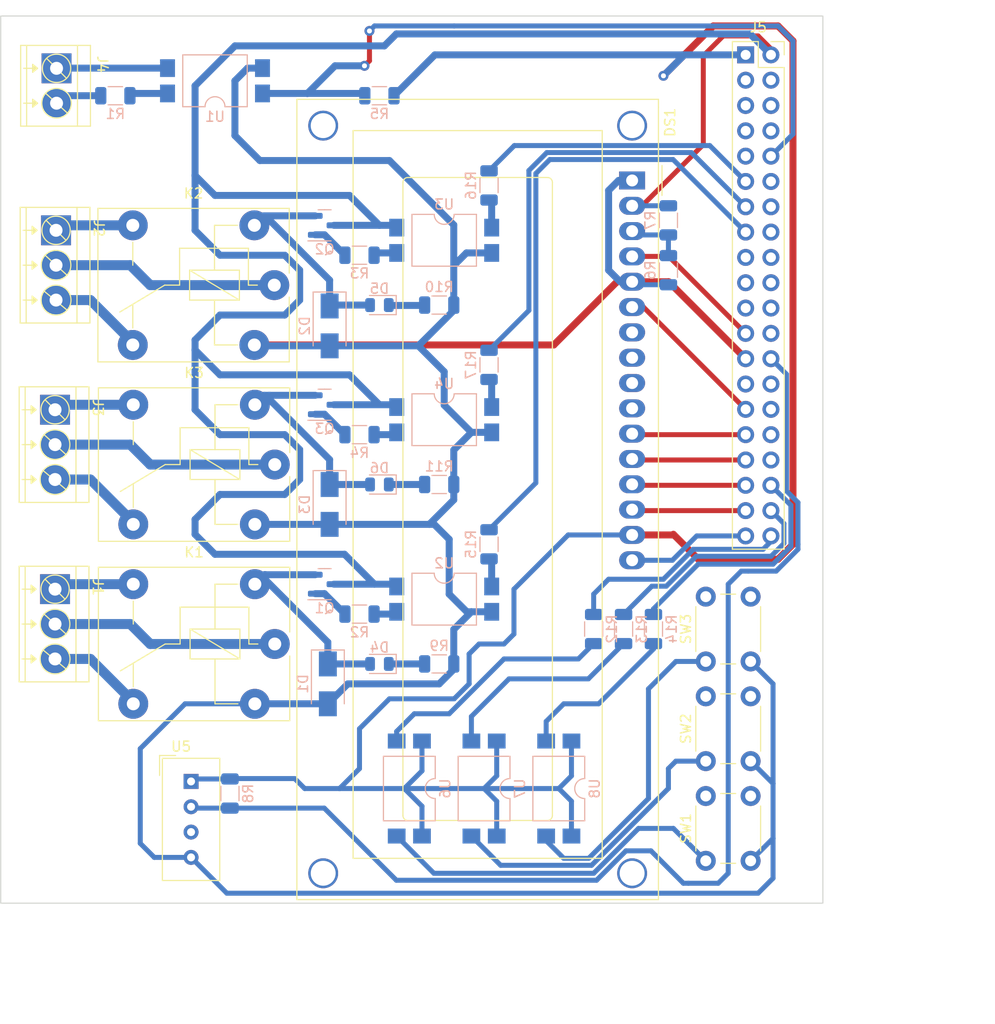
<source format=kicad_pcb>
(kicad_pcb (version 20211014) (generator pcbnew)
  (layers (0 "F.Cu" signal) (31 "B.Cu" signal) (34 "B.Paste" user) (35 "F.Paste" user) (36 "B.SilkS" user "B.Silkscreen") (37 "F.SilkS" user "F.Silkscreen") (38 "B.Mask" user) (39 "F.Mask" user) (44 "Edge.Cuts" user))
  (net 0 "")
  (net 1 "Net-(D1-Pad1)")
  (net 2 "GND")
  (net 3 "Net-(D2-Pad1)")
  (net 4 "Net-(D3-Pad1)")
  (net 5 "+5V")
  (net 6 "Net-(DS1-Pad3)")
  (net 7 "Net-(DS1-Pad4)")
  (net 8 "Net-(DS1-Pad6)")
  (net 13 "Net-(DS1-Pad11)")
  (net 14 "Net-(DS1-Pad12)")
  (net 15 "Net-(DS1-Pad13)")
  (net 16 "Net-(DS1-Pad14)")
  (net 17 "+3.3V")
  (net 18 "Net-(DS1-Pad16)")
  (net 19 "Net-(J1-Pad3)")
  (net 20 "Net-(J2-Pad3)")
  (net 21 "Net-(J3-Pad3)")
  (net 28 "Net-(J5-Pad10)")
  (net 29 "Net-(J5-Pad11)")
  (net 31 "Net-(J5-Pad13)")
  (net 33 "Net-(J5-Pad15)")
  (net 47 "Net-(Q1-Pad1)")
  (net 48 "Net-(Q2-Pad1)")
  (net 49 "Net-(Q3-Pad1)")
  (net 50 "Net-(R1-Pad2)")
  (net 51 "Net-(R2-Pad2)")
  (net 52 "Net-(R3-Pad2)")
  (net 53 "Net-(R4-Pad2)")
  (net 55 "Net-(J1-Pad1)")
  (net 56 "Net-(J1-Pad2)")
  (net 57 "Net-(J2-Pad1)")
  (net 58 "Net-(J2-Pad2)")
  (net 59 "Net-(J3-Pad1)")
  (net 60 "Net-(J3-Pad2)")
  (net 61 "Net-(J4-Pad1)")
  (net 62 "Net-(J4-Pad2)")
  (net 63 "Net-(J5-Pad36)")
  (net 64 "Net-(J5-Pad38)")
  (net 65 "Net-(J5-Pad40)")
  (net 66 "Net-(SW1-Pad1)")
  (net 67 "Net-(U6-Pad3)")
  (net 69 "Net-(SW2-Pad1)")
  (net 70 "Net-(U7-Pad3)")
  (net 72 "Net-(SW3-Pad1)")
  (net 73 "Net-(U8-Pad3)")
  (net 75 "Net-(D4-Pad1)")
  (net 76 "Net-(D5-Pad1)")
  (net 77 "Net-(D6-Pad1)")
  (net 79 "Net-(J5-Pad26)")
  (net 83 "Net-(U2-Pad1)")
  (net 84 "Net-(U3-Pad1)")
  (net 85 "Net-(U4-Pad1)")
  (footprint "Relay_THT:Relay_SPDT_Finder_36.11" (layer "F.Cu") (at 70.5 116.5 180)
    (fp_text reference "K1")
    (fp_text value "FINDER-36.11")
  )
  (footprint "Relay_THT:Relay_SPDT_Finder_36.11" (layer "F.Cu") (at 70.45 80.5 180)
    (fp_text reference "K2")
    (fp_text value "FINDER-36.11")
  )
  (footprint "LibForEC:terminal_x1_x2" (layer "F.Cu") (at 48.6 58.75 -90)
    (fp_text reference "J4")
    (fp_text value "Screw_Terminal_01x02")
  )
  (footprint "LibForEC:terminal_x1_x3" (layer "F.Cu") (at 48.45 93 -90)
    (fp_text reference "J3")
    (fp_text value "Screw_Terminal_01x03")
  )
  (footprint "LibForEC:terminal_x1_x3" (layer "F.Cu") (at 48.45 111 -90)
    (fp_text reference "J1")
    (fp_text value "Screw_Terminal_01x03")
  )
  (footprint "LibForEC:PinSocket_2x20_P2.54mm_Vertical" (layer "F.Cu") (at 120.29 57.4)
    (fp_text reference "J5")
    (fp_text value "Conn_02x20_Odd_Even")
  )
  (footprint "LibForEC:terminal_x1_x3" (layer "F.Cu") (at 48.55 75 -90)
    (fp_text reference "J2")
    (fp_text value "Screw_Terminal_01x03")
  )
  (footprint "LibForEC:SW_PUSH_6mm_H5mm" (layer "F.Cu") (at 113.75 128.25 90)
    (fp_text reference "SW2")
    (fp_text value "SW_DIP_x02")
  )
  (footprint "Relay_THT:Relay_SPDT_Finder_36.11" (layer "F.Cu") (at 70.5 98.5 180)
    (fp_text reference "K3")
    (fp_text value "FINDER-36.11")
  )
  (footprint "LibForEC:SW_PUSH_6mm_H5mm" (layer "F.Cu") (at 113.75 118.25 90)
    (fp_text reference "SW3")
    (fp_text value "SW_DIP_x02")
  )
  (footprint "Display:WC1602A" (layer "F.Cu") (at 106.3575 70 -90)
    (fp_text reference "DS1")
    (fp_text value "WC1602A")
  )
  (footprint "Sensor:Aosong_DHT11_5.5x12.0_P2.54mm" (layer "F.Cu") (at 62.0975 130.2875)
    (fp_text reference "U5")
    (fp_text value "DHT11")
  )
  (footprint "LibForEC:SW_PUSH_6mm_H5mm" (layer "F.Cu") (at 113.75 138.25 90)
    (fp_text reference "SW1")
    (fp_text value "SW_DIP_x02")
  )
  (footprint "Package_TO_SOT_SMD:SOT-23" (layer "B.Cu") (at 75.5 92.5)
    (fp_text reference "Q3")
    (fp_text value "Q_NPN_BEC")
  )
  (footprint "Diode_SMD:D_SMA" (layer "B.Cu") (at 76 84.59153 -90)
    (fp_text reference "D2")
    (fp_text value "D")
  )
  (footprint "Resistor_SMD:R_1206_3216Metric" (layer "B.Cu") (at 102.5 115 90)
    (fp_text reference "R12")
    (fp_text value "220")
  )
  (footprint "LED_SMD:LED_0805_2012Metric" (layer "B.Cu") (at 81 82.5 180)
    (fp_text reference "D5")
    (fp_text value "LED")
  )
  (footprint "Package_DIP:SMDIP-4_W9.53mm_Clearance8mm" (layer "B.Cu") (at 64.5 60)
    (fp_text reference "U1")
    (fp_text value "SFH6206-2T")
  )
  (footprint "Package_DIP:SMDIP-4_W9.53mm_Clearance8mm" (layer "B.Cu") (at 84 131 90)
    (fp_text reference "U6")
    (fp_text value "SFH6206-2T")
  )
  (footprint "Package_DIP:SMDIP-4_W9.53mm_Clearance8mm" (layer "B.Cu") (at 87.5 76 180)
    (fp_text reference "U3")
    (fp_text value "SFH6206-2T")
  )
  (footprint "Resistor_SMD:R_1206_3216Metric" (layer "B.Cu") (at 66 131.5 90)
    (fp_text reference "R8")
    (fp_text value "1.2k")
  )
  (footprint "Resistor_SMD:R_1206_3216Metric" (layer "B.Cu") (at 87 82.5 180)
    (fp_text reference "R10")
    (fp_text value "3.3k")
  )
  (footprint "Resistor_SMD:R_1206_3216Metric" (layer "B.Cu") (at 105.5 115 90)
    (fp_text reference "R13")
    (fp_text value "220")
  )
  (footprint "Package_DIP:SMDIP-4_W9.53mm_Clearance8mm" (layer "B.Cu") (at 87.5 112 180)
    (fp_text reference "U2")
    (fp_text value "SFH6206-2T")
  )
  (footprint "Resistor_SMD:R_1206_3216Metric" (layer "B.Cu") (at 92 106.5 -90)
    (fp_text reference "R15")
    (fp_text value "220")
  )
  (footprint "Resistor_SMD:R_1206_3216Metric" (layer "B.Cu") (at 54.5 61.5)
    (fp_text reference "R1")
    (fp_text value "1.2k")
  )
  (footprint "Resistor_SMD:R_1206_3216Metric" (layer "B.Cu") (at 87 118.5 180)
    (fp_text reference "R9")
    (fp_text value "3.3k")
  )
  (footprint "Resistor_SMD:R_1206_3216Metric" (layer "B.Cu") (at 110 74 -90)
    (fp_text reference "R7")
    (fp_text value "1.2k")
  )
  (footprint "Package_TO_SOT_SMD:SOT-23" (layer "B.Cu") (at 75.5 110.5)
    (fp_text reference "Q1")
    (fp_text value "Q_NPN_BEC")
  )
  (footprint "Package_DIP:SMDIP-4_W9.53mm_Clearance8mm" (layer "B.Cu") (at 99 131 90)
    (fp_text reference "U8")
    (fp_text value "SFH6206-2T")
  )
  (footprint "LED_SMD:LED_0805_2012Metric" (layer "B.Cu") (at 81 118.5 180)
    (fp_text reference "D4")
    (fp_text value "LED")
  )
  (footprint "Resistor_SMD:R_1206_3216Metric" (layer "B.Cu") (at 92 70.5 -90)
    (fp_text reference "R16")
    (fp_text value "220")
  )
  (footprint "Diode_SMD:D_SMA" (layer "B.Cu") (at 75.825 120.5 -90)
    (fp_text reference "D1")
    (fp_text value "D")
  )
  (footprint "Package_TO_SOT_SMD:SOT-23" (layer "B.Cu") (at 75.5 74.5)
    (fp_text reference "Q2")
    (fp_text value "Q_NPN_BEC")
  )
  (footprint "Resistor_SMD:R_1206_3216Metric" (layer "B.Cu") (at 87 100.5 180)
    (fp_text reference "R11")
    (fp_text value "3.3k")
  )
  (footprint "Resistor_SMD:R_1206_3216Metric" (layer "B.Cu") (at 110 79 -90)
    (fp_text reference "R6")
    (fp_text value "1.2k")
  )
  (footprint "Package_DIP:SMDIP-4_W9.53mm_Clearance8mm" (layer "B.Cu") (at 91.5 131 90)
    (fp_text reference "U7")
    (fp_text value "SFH6206-2T")
  )
  (footprint "Package_DIP:SMDIP-4_W9.53mm_Clearance8mm" (layer "B.Cu") (at 87.5 94 180)
    (fp_text reference "U4")
    (fp_text value "SFH6206-2T")
  )
  (footprint "Diode_SMD:D_SMA" (layer "B.Cu") (at 76 102.5 -90)
    (fp_text reference "D3")
    (fp_text value "D")
  )
  (footprint "Resistor_SMD:R_1206_3216Metric" (layer "B.Cu") (at 79 77.5)
    (fp_text reference "R3")
    (fp_text value "1.2k")
  )
  (footprint "Resistor_SMD:R_1206_3216Metric" (layer "B.Cu") (at 92 88.5 -90)
    (fp_text reference "R17")
    (fp_text value "220")
  )
  (footprint "Resistor_SMD:R_1206_3216Metric" (layer "B.Cu") (at 108.5 115 90)
    (fp_text reference "R14")
    (fp_text value "220")
  )
  (footprint "Resistor_SMD:R_1206_3216Metric" (layer "B.Cu") (at 81 61.5)
    (fp_text reference "R5")
    (fp_text value "3.3k")
  )
  (footprint "Resistor_SMD:R_1206_3216Metric" (layer "B.Cu") (at 79 113.5)
    (fp_text reference "R2")
    (fp_text value "1.2k")
  )
  (footprint "Resistor_SMD:R_1206_3216Metric" (layer "B.Cu") (at 79 95.5)
    (fp_text reference "R4")
    (fp_text value "1.2k")
  )
  (footprint "LED_SMD:LED_0805_2012Metric" (layer "B.Cu") (at 81 100.5 180)
    (fp_text reference "D6")
    (fp_text value "LED")
  )
  (gr_rect (start 43 53.5) (end 125.5 142.5) (layer "Edge.Cuts") (width 0.1) (fill none))
  (segment (start 69.55 109.55) (end 69.45 109.55) (width 0.7) (layer "B.Cu") (net 1))
  (segment (start 69.45 109.55) (end 68.5 110.5) (width 0.7) (layer "B.Cu") (net 1))
  (segment (start 74.5625 109.55) (end 69.55 109.55) (width 0.7) (layer "B.Cu") (net 1))
  (segment (start 75.825 118.5) (end 75.825 116.325) (width 0.7) (layer "B.Cu") (net 1))
  (segment (start 75.825 116.325) (end 69.55 110.05) (width 0.7) (layer "B.Cu") (net 1))
  (segment (start 75.825 118.5) (end 80.0625 118.5) (width 0.7) (layer "B.Cu") (net 1))
  (segment (start 69.55 110.05) (end 69.55 109.55) (width 0.7) (layer "B.Cu") (net 1))
  (segment (start 110.03 80.16) (end 117.75 87.88) (width 0.7) (layer "F.Cu") (net 2))
  (segment (start 98.5 86.5) (end 68.45 86.5) (width 0.7) (layer "F.Cu") (net 2))
  (segment (start 106.3575 80.16) (end 110.03 80.16) (width 0.7) (layer "F.Cu") (net 2))
  (segment (start 104.84 80.16) (end 98.5 86.5) (width 0.7) (layer "F.Cu") (net 2))
  (segment (start 106.3575 80.16) (end 104.84 80.16) (width 0.7) (layer "F.Cu") (net 2))
  (segment (start 87.5 89.18306) (end 84.90847 86.59153) (width 0.7) (layer "B.Cu") (net 2))
  (segment (start 69.265 58.73) (end 67.77 58.73) (width 0.7) (layer "B.Cu") (net 2))
  (segment (start 89.77 113.27) (end 88 111.5) (width 0.7) (layer "B.Cu") (net 2))
  (segment (start 66.5 65.5) (end 69 68) (width 0.7) (layer "B.Cu") (net 2))
  (segment (start 88.4625 74.4625) (end 88.4625 78.5375) (width 0.7) (layer "B.Cu") (net 2))
  (segment (start 120.5 130.5) (end 120.5 120.5) (width 0.5) (layer "B.Cu") (net 2))
  (segment (start 75.825 122.5) (end 68.5 122.5) (width 0.7) (layer "B.Cu") (net 2))
  (segment (start 76 104.5) (end 86 104.5) (width 0.7) (layer "B.Cu") (net 2))
  (segment (start 57 127) (end 61.5 122.5) (width 0.5) (layer "B.Cu") (net 2))
  (segment (start 68.54153 86.59153) (end 68.45 86.5) (width 0.7) (layer "B.Cu") (net 2))
  (segment (start 106.3575 70) (end 105 70) (width 0.7) (layer "B.Cu") (net 2))
  (segment (start 69 68) (end 82 68) (width 0.7) (layer "B.Cu") (net 2))
  (segment (start 77.825 120.5) (end 75.825 122.5) (width 0.7) (layer "B.Cu") (net 2))
  (segment (start 88.4625 100.5) (end 88.4625 97.0375) (width 0.7) (layer "B.Cu") (net 2))
  (segment (start 87.5 92.54) (end 87.5 89.18306) (width 0.7) (layer "B.Cu") (net 2))
  (segment (start 105 70) (end 104 71) (width 0.7) (layer "B.Cu") (net 2))
  (segment (start 84.90847 86.59153) (end 88.4625 83.0375) (width 0.7) (layer "B.Cu") (net 2))
  (segment (start 67.77 58.73) (end 66.5 60) (width 0.7) (layer "B.Cu") (net 2))
  (segment (start 118.25 138.25) (end 120.5 136) (width 0.5) (layer "B.Cu") (net 2))
  (segment (start 90.23 95.27) (end 92.265 95.27) (width 0.7) (layer "B.Cu") (net 2))
  (segment (start 90.23 95.27) (end 87.5 92.54) (width 0.7) (layer "B.Cu") (net 2))
  (segment (start 88 111.5) (end 88 106) (width 0.7) (layer "B.Cu") (net 2))
  (segment (start 120.5 140) (end 119 141.5) (width 0.5) (layer "B.Cu") (net 2))
  (segment (start 88.4625 119.0375) (end 87 120.5) (width 0.7) (layer "B.Cu") (net 2))
  (segment (start 57 136.5) (end 57 127) (width 0.5) (layer "B.Cu") (net 2))
  (segment (start 88.4625 97.0375) (end 90.23 95.27) (width 0.7) (layer "B.Cu") (net 2))
  (segment (start 87 120.5) (end 77.825 120.5) (width 0.7) (layer "B.Cu") (net 2))
  (segment (start 120.5 136) (end 120.5 130.5) (width 0.5) (layer "B.Cu") (net 2))
  (segment (start 90.23 113.27) (end 89.77 113.27) (width 0.7) (layer "B.Cu") (net 2))
  (segment (start 88.5 118.5375) (end 88.4625 118.5) (width 0.7) (layer "B.Cu") (net 2))
  (segment (start 89.73 77.27) (end 88.4625 78.5375) (width 0.7) (layer "B.Cu") (net 2))
  (segment (start 120.5 136) (end 120.5 140) (width 0.5) (layer "B.Cu") (net 2))
  (segment (start 88.4625 78.5375) (end 88.4625 82.5) (width 0.7) (layer "B.Cu") (net 2))
  (segment (start 119 141.5) (end 65.69 141.5) (width 0.5) (layer "B.Cu") (net 2))
  (segment (start 61.5 122.5) (end 68.5 122.5) (width 0.5) (layer "B.Cu") (net 2))
  (segment (start 66.5 60) (end 66.5 65.5) (width 0.7) (layer "B.Cu") (net 2))
  (segment (start 88.4625 118.5) (end 88.4625 119.0375) (width 0.7) (layer "B.Cu") (net 2))
  (segment (start 118.25 128.25) (end 120.5 130.5) (width 0.5) (layer "B.Cu") (net 2))
  (segment (start 88.4625 118.5) (end 88.4625 115.0375) (width 0.7) (layer "B.Cu") (net 2))
  (segment (start 104 71) (end 104 79) (width 0.7) (layer "B.Cu") (net 2))
  (segment (start 92.265 77.27) (end 89.73 77.27) (width 0.7) (layer "B.Cu") (net 2))
  (segment (start 104 79) (end 105.16 80.16) (width 0.7) (layer "B.Cu") (net 2))
  (segment (start 110 80.4625) (end 106.66 80.4625) (width 0.5) (layer "B.Cu") (net 2))
  (segment (start 88.4625 115.0375) (end 90.23 113.27) (width 0.7) (layer "B.Cu") (net 2))
  (segment (start 76 86.59153) (end 84.90847 86.59153) (width 0.7) (layer "B.Cu") (net 2))
  (segment (start 120.5 120.5) (end 118.25 118.25) (width 0.5) (layer "B.Cu") (net 2))
  (segment (start 76 86.59153) (end 68.54153 86.59153) (width 0.7) (layer "B.Cu") (net 2))
  (segment (start 58.4075 137.9075) (end 57 136.5) (width 0.5) (layer "B.Cu") (net 2))
  (segment (start 86.5 104.5) (end 86 104.5) (width 0.7) (layer "B.Cu") (net 2))
  (segment (start 88.4625 102.0375) (end 88.4625 100.5) (width 0.7) (layer "B.Cu") (net 2))
  (segment (start 106.66 80.4625) (end 106.3575 80.16) (width 0.5) (layer "B.Cu") (net 2))
  (segment (start 76 104.5) (end 68.5 104.5) (width 0.7) (layer "B.Cu") (net 2))
  (segment (start 105.16 80.16) (end 106.3575 80.16) (width 0.7) (layer "B.Cu") (net 2))
  (segment (start 88.4625 83.0375) (end 88.4625 82.5) (width 0.7) (layer "B.Cu") (net 2))
  (segment (start 62.0975 137.9075) (end 58.4075 137.9075) (width 0.5) (layer "B.Cu") (net 2))
  (segment (start 65.69 141.5) (end 62.0975 137.9075) (width 0.5) (layer "B.Cu") (net 2))
  (segment (start 90.23 113.27) (end 92.265 113.27) (width 0.7) (layer "B.Cu") (net 2))
  (segment (start 82 68) (end 88.4625 74.4625) (width 0.7) (layer "B.Cu") (net 2))
  (segment (start 88 106) (end 86.5 104.5) (width 0.7) (layer "B.Cu") (net 2))
  (segment (start 86 104.5) (end 88.4625 102.0375) (width 0.7) (layer "B.Cu") (net 2))
  (segment (start 80.0625 82.5) (end 76.09153 82.5) (width 0.7) (layer "B.Cu") (net 3))
  (segment (start 70.05 74.05) (end 68.9 74.05) (width 0.7) (layer "B.Cu") (net 3))
  (segment (start 76 82.59153) (end 76 80) (width 0.7) (layer "B.Cu") (net 3))
  (segment (start 74.5625 73.55) (end 69.4 73.55) (width 0.7) (layer "B.Cu") (net 3))
  (segment (start 69.4 73.55) (end 68.45 74.5) (width 0.7) (layer "B.Cu") (net 3))
  (segment (start 76.09153 82.5) (end 76 82.59153) (width 0.7) (layer "B.Cu") (net 3))
  (segment (start 76 80) (end 70.05 74.05) (width 0.7) (layer "B.Cu") (net 3))
  (segment (start 68.9 74.05) (end 68.45 74.5) (width 0.7) (layer "B.Cu") (net 3))
  (segment (start 69.45 91.55) (end 68.5 92.5) (width 0.7) (layer "B.Cu") (net 4))
  (segment (start 74.5625 91.55) (end 69.95 91.55) (width 0.7) (layer "B.Cu") (net 4))
  (segment (start 69.95 91.55) (end 69.45 91.55) (width 0.7) (layer "B.Cu") (net 4))
  (segment (start 80.0625 100.5) (end 76 100.5) (width 0.7) (layer "B.Cu") (net 4))
  (segment (start 76 98) (end 69.95 91.95) (width 0.7) (layer "B.Cu") (net 4))
  (segment (start 69.95 91.95) (end 69.95 91.55) (width 0.7) (layer "B.Cu") (net 4))
  (segment (start 76 100.5) (end 76 98) (width 0.7) (layer "B.Cu") (net 4))
  (segment (start 106.3575 72.54) (end 107.3575 72.54) (width 0.5) (layer "F.Cu") (net 5))
  (segment (start 115.5 55.5) (end 119 55.5) (width 0.5) (layer "F.Cu") (net 5))
  (segment (start 113.5 57.5) (end 115.5 55.5) (width 0.5) (layer "F.Cu") (net 5))
  (segment (start 107.3575 72.54) (end 113.5 66.3975) (width 0.5) (layer "F.Cu") (net 5))
  (segment (start 120.29 56.79) (end 120.29 57.4) (width 0.5) (layer "F.Cu") (net 5))
  (segment (start 119 55.5) (end 120.29 56.79) (width 0.5) (layer "F.Cu") (net 5))
  (segment (start 113.5 66.3975) (end 113.5 57.5) (width 0.5) (layer "F.Cu") (net 5))
  (segment (start 106.36 72.5375) (end 106.3575 72.54) (width 0.5) (layer "B.Cu") (net 5))
  (segment (start 118.19 55.3) (end 82.7 55.3) (width 0.7) (layer "B.Cu") (net 5))
  (segment (start 66.5 56.5) (end 62.5 60.5) (width 0.7) (layer "B.Cu") (net 5))
  (segment (start 81 92.5) (end 78 89.5) (width 0.7) (layer "B.Cu") (net 5))
  (segment (start 82.505 92.5) (end 82.735 92.73) (width 0.7) (layer "B.Cu") (net 5))
  (segment (start 71.5 101.5) (end 73 100) (width 0.7) (layer "B.Cu") (net 5))
  (segment (start 65 95.5) (end 62.5 93) (width 0.7) (layer "B.Cu") (net 5))
  (segment (start 62.5 75) (end 62.5 73) (width 0.7) (layer "B.Cu") (net 5))
  (segment (start 78 89.5) (end 65 89.5) (width 0.7) (layer "B.Cu") (net 5))
  (segment (start 80.5 110.5) (end 77.5 107.5) (width 0.7) (layer "B.Cu") (net 5))
  (segment (start 73 97) (end 71.5 95.5) (width 0.7) (layer "B.Cu") (net 5))
  (segment (start 80.5 110.5) (end 82.505 110.5) (width 0.7) (layer "B.Cu") (net 5))
  (segment (start 78 71.5) (end 64.5 71.5) (width 0.7) (layer "B.Cu") (net 5))
  (segment (start 62.5 69.5) (end 62.5 60.5) (width 0.7) (layer "B.Cu") (net 5))
  (segment (start 65 83.5) (end 71.5 83.5) (width 0.7) (layer "B.Cu") (net 5))
  (segment (start 110 72.5375) (end 106.36 72.5375) (width 0.5) (layer "B.Cu") (net 5))
  (segment (start 62.5 73) (end 62.5 69.5) (width 0.7) (layer "B.Cu") (net 5))
  (segment (start 120.29 57.4) (end 118.19 55.3) (width 0.7) (layer "B.Cu") (net 5))
  (segment (start 73 100) (end 73 97) (width 0.7) (layer "B.Cu") (net 5))
  (segment (start 77.5 107.5) (end 64.5 107.5) (width 0.7) (layer "B.Cu") (net 5))
  (segment (start 71.5 95.5) (end 65 95.5) (width 0.7) (layer "B.Cu") (net 5))
  (segment (start 65 77.5) (end 62.5 75) (width 0.7) (layer "B.Cu") (net 5))
  (segment (start 81 92.5) (end 82.505 92.5) (width 0.7) (layer "B.Cu") (net 5))
  (segment (start 71.5 83.5) (end 73 82) (width 0.7) (layer "B.Cu") (net 5))
  (segment (start 81 74.5) (end 78 71.5) (width 0.7) (layer "B.Cu") (net 5))
  (segment (start 82.505 110.5) (end 82.735 110.73) (width 0.7) (layer "B.Cu") (net 5))
  (segment (start 82.505 74.5) (end 82.735 74.73) (width 0.7) (layer "B.Cu") (net 5))
  (segment (start 73 79) (end 71.5 77.5) (width 0.7) (layer "B.Cu") (net 5))
  (segment (start 73 82) (end 73 79) (width 0.7) (layer "B.Cu") (net 5))
  (segment (start 81 74.5) (end 82.505 74.5) (width 0.7) (layer "B.Cu") (net 5))
  (segment (start 62.5 104) (end 65 101.5) (width 0.7) (layer "B.Cu") (net 5))
  (segment (start 81.5 56.5) (end 66.5 56.5) (width 0.7) (layer "B.Cu") (net 5))
  (segment (start 82.7 55.3) (end 81.5 56.5) (width 0.7) (layer "B.Cu") (net 5))
  (segment (start 64.5 107.5) (end 62.5 105.5) (width 0.7) (layer "B.Cu") (net 5))
  (segment (start 62.5 105.5) (end 62.5 104) (width 0.7) (layer "B.Cu") (net 5))
  (segment (start 76.4375 92.5) (end 81 92.5) (width 0.7) (layer "B.Cu") (net 5))
  (segment (start 62.5 87) (end 62.5 86) (width 0.7) (layer "B.Cu") (net 5))
  (segment (start 62.5 93) (end 62.5 87) (width 0.7) (layer "B.Cu") (net 5))
  (segment (start 65 101.5) (end 71.5 101.5) (width 0.7) (layer "B.Cu") (net 5))
  (segment (start 65 89.5) (end 62.5 87) (width 0.7) (layer "B.Cu") (net 5))
  (segment (start 62.5 86) (end 65 83.5) (width 0.7) (layer "B.Cu") (net 5))
  (segment (start 76.4375 110.5) (end 80.5 110.5) (width 0.7) (layer "B.Cu") (net 5))
  (segment (start 71.5 77.5) (end 65 77.5) (width 0.7) (layer "B.Cu") (net 5))
  (segment (start 64.5 71.5) (end 62.5 69.5) (width 0.7) (layer "B.Cu") (net 5))
  (segment (start 76.4375 74.5) (end 81 74.5) (width 0.7) (layer "B.Cu") (net 5))
  (segment (start 106.74 75.4625) (end 106.3575 75.08) (width 0.5) (layer "B.Cu") (net 6))
  (segment (start 110 75.4625) (end 110 77.5375) (width 0.5) (layer "B.Cu") (net 6))
  (segment (start 110 75.4625) (end 106.74 75.4625) (width 0.5) (layer "B.Cu") (net 6))
  (segment (start 110.03 77.62) (end 117.75 85.34) (width 0.5) (layer "F.Cu") (net 7))
  (segment (start 106.3575 77.62) (end 110.03 77.62) (width 0.5) (layer "F.Cu") (net 7))
  (segment (start 107.49 82.7) (end 117.75 92.96) (width 0.5) (layer "F.Cu") (net 8))
  (segment (start 106.3575 82.7) (end 107.49 82.7) (width 0.5) (layer "F.Cu") (net 8))
  (segment (start 117.75 95.5) (end 106.4575 95.5) (width 0.5) (layer "F.Cu") (net 13))
  (segment (start 106.4575 95.5) (end 106.3575 95.4) (width 0.5) (layer "F.Cu") (net 13))
  (segment (start 106.4575 98.04) (end 106.3575 97.94) (width 0.5) (layer "F.Cu") (net 14))
  (segment (start 117.75 98.04) (end 106.4575 98.04) (width 0.5) (layer "F.Cu") (net 14))
  (segment (start 106.4575 100.58) (end 106.3575 100.48) (width 0.5) (layer "F.Cu") (net 15))
  (segment (start 117.75 100.58) (end 106.4575 100.58) (width 0.5) (layer "F.Cu") (net 15))
  (segment (start 117.75 103.12) (end 106.4575 103.12) (width 0.5) (layer "F.Cu") (net 16))
  (segment (start 106.4575 103.12) (end 106.3575 103.02) (width 0.5) (layer "F.Cu") (net 16))
  (segment (start 109.5 59.5) (end 114.5 54.5) (width 0.7) (layer "F.Cu") (net 17))
  (segment (start 110.5 105.5) (end 110.44 105.56) (width 0.7) (layer "F.Cu") (net 17))
  (segment (start 121 54.5) (end 122.5 56) (width 0.7) (layer "F.Cu") (net 17))
  (segment (start 122.5 106.5) (end 121 108) (width 0.7) (layer "F.Cu") (net 17))
  (segment (start 121 108) (end 113 108) (width 0.7) (layer "F.Cu") (net 17))
  (segment (start 110.44 105.56) (end 106.3575 105.56) (width 0.7) (layer "F.Cu") (net 17))
  (segment (start 122.5 56) (end 122.5 106.5) (width 0.7) (layer "F.Cu") (net 17))
  (segment (start 113 108) (end 110.5 105.5) (width 0.7) (layer "F.Cu") (net 17))
  (segment (start 114.5 54.5) (end 121 54.5) (width 0.7) (layer "F.Cu") (net 17))
  (via (at 109.5 59.5) (size 1) (drill 0.5) (layers "F.Cu" "B.Cu") (net 17))
  (segment (start 100.27 135.765) (end 100.27 132.27) (width 0.5) (layer "B.Cu") (net 17))
  (segment (start 85.27 135.765) (end 85.27 132.77) (width 0.5) (layer "B.Cu") (net 17))
  (segment (start 73.5 131) (end 72.5 130) (width 0.5) (layer "B.Cu") (net 17))
  (segment (start 100.27 126.235) (end 100.27 129.73) (width 0.5) (layer "B.Cu") (net 17))
  (segment (start 92.77 126.235) (end 92.77 129.73) (width 0.5) (layer "B.Cu") (net 17))
  (segment (start 117.75 57.4) (end 111.4 57.4) (width 0.7) (layer "B.Cu") (net 17))
  (segment (start 77 131) (end 73.5 131) (width 0.5) (layer "B.Cu") (net 17))
  (segment (start 94.5 111) (end 94.5 115.5) (width 0.5) (layer "B.Cu") (net 17))
  (segment (start 92.77 135.765) (end 92.77 132.27) (width 0.5) (layer "B.Cu") (net 17))
  (segment (start 85.27 129.23) (end 83.5 131) (width 0.5) (layer "B.Cu") (net 17))
  (segment (start 91 116.5) (end 90 117.5) (width 0.5) (layer "B.Cu") (net 17))
  (segment (start 92.77 132.27) (end 91.5 131) (width 0.5) (layer "B.Cu") (net 17))
  (segment (start 111.4 57.4) (end 86.5625 57.4) (width 0.7) (layer "B.Cu") (net 17))
  (segment (start 62.3475 130.0375) (end 62.0975 130.2875) (width 0.5) (layer "B.Cu") (net 17))
  (segment (start 100.27 129.73) (end 99 131) (width 0.5) (layer "B.Cu") (net 17))
  (segment (start 83.5 131) (end 77 131) (width 0.5) (layer "B.Cu") (net 17))
  (segment (start 100.27 132.27) (end 99 131) (width 0.5) (layer "B.Cu") (net 17))
  (segment (start 88.5 122) (end 82 122) (width 0.5) (layer "B.Cu") (net 17))
  (segment (start 106.3575 105.56) (end 99.94 105.56) (width 0.5) (layer "B.Cu") (net 17))
  (segment (start 72.5 130) (end 66.0375 130) (width 0.5) (layer "B.Cu") (net 17))
  (segment (start 90 120.5) (end 88.5 122) (width 0.5) (layer "B.Cu") (net 17))
  (segment (start 85.27 132.77) (end 83.5 131) (width 0.5) (layer "B.Cu") (net 17))
  (segment (start 91.5 131) (end 83.5 131) (width 0.5) (layer "B.Cu") (net 17))
  (segment (start 86.5625 57.4) (end 82.4625 61.5) (width 0.7) (layer "B.Cu") (net 17))
  (segment (start 111.4 57.4) (end 111.4 57.6) (width 0.7) (layer "B.Cu") (net 17))
  (segment (start 111.4 57.6) (end 109.5 59.5) (width 0.7) (layer "B.Cu") (net 17))
  (segment (start 79 125) (end 79 129) (width 0.5) (layer "B.Cu") (net 17))
  (segment (start 99 131) (end 91.5 131) (width 0.5) (layer "B.Cu") (net 17))
  (segment (start 85.27 126.235) (end 85.27 129.23) (width 0.5) (layer "B.Cu") (net 17))
  (segment (start 66 130.0375) (end 62.3475 130.0375) (width 0.5) (layer "B.Cu") (net 17))
  (segment (start 66.0375 130) (end 66 130.0375) (width 0.5) (layer "B.Cu") (net 17))
  (segment (start 94.5 115.5) (end 93.5 116.5) (width 0.5) (layer "B.Cu") (net 17))
  (segment (start 93.5 116.5) (end 91 116.5) (width 0.5) (layer "B.Cu") (net 17))
  (segment (start 82 122) (end 79 125) (width 0.5) (layer "B.Cu") (net 17))
  (segment (start 99.94 105.56) (end 94.5 111) (width 0.5) (layer "B.Cu") (net 17))
  (segment (start 90 117.5) (end 90 120.5) (width 0.5) (layer "B.Cu") (net 17))
  (segment (start 79 129) (end 77 131) (width 0.5) (layer "B.Cu") (net 17))
  (segment (start 92.77 129.73) (end 91.5 131) (width 0.5) (layer "B.Cu") (net 17))
  (segment (start 117.75 105.66) (end 112.84 105.66) (width 0.5) (layer "B.Cu") (net 18))
  (segment (start 112.84 105.66) (end 110.4 108.1) (width 0.5) (layer "B.Cu") (net 18))
  (segment (start 110.4 108.1) (end 106.3575 108.1) (width 0.5) (layer "B.Cu") (net 18))
  (segment (start 56.3 122.3) (end 52 118) (width 1) (layer "B.Cu") (net 19))
  (segment (start 56.3 122.5) (end 56.3 122.3) (width 1) (layer "B.Cu") (net 19))
  (segment (start 52 118) (end 48.45 118) (width 1) (layer "B.Cu") (net 19))
  (segment (start 56.25 86.5) (end 56.25 86.25) (width 1) (layer "B.Cu") (net 20))
  (segment (start 56.25 86.25) (end 52 82) (width 1) (layer "B.Cu") (net 20))
  (segment (start 52 82) (end 48.55 82) (width 1) (layer "B.Cu") (net 20))
  (segment (start 56.3 104.5) (end 56.3 104.3) (width 1) (layer "B.Cu") (net 21))
  (segment (start 56.3 104.3) (end 52 100) (width 1) (layer "B.Cu") (net 21))
  (segment (start 52 100) (end 48.45 100) (width 1) (layer "B.Cu") (net 21))
  (segment (start 80 58) (end 79.5 58.5) (width 0.5) (layer "F.Cu") (net 28))
  (segment (start 80 55) (end 80 58) (width 0.5) (layer "F.Cu") (net 28))
  (via (at 79.5 58.5) (size 1) (drill 0.5) (layers "F.Cu" "B.Cu") (net 28))
  (via (at 80 55) (size 1) (drill 0.5) (layers "F.Cu" "B.Cu") (net 28))
  (segment (start 80.5 54.5) (end 80 55) (width 0.5) (layer "B.Cu") (net 28))
  (segment (start 122.5 56) (end 121 54.5) (width 0.5) (layer "B.Cu") (net 28))
  (segment (start 120.29 67.56) (end 122.5 65.35) (width 0.5) (layer "B.Cu") (net 28))
  (segment (start 79.3075 61.27) (end 79.5375 61.5) (width 0.7) (layer "B.Cu") (net 28))
  (segment (start 73.77 61.27) (end 79.3075 61.27) (width 0.7) (layer "B.Cu") (net 28))
  (segment (start 88.5 54.5) (end 80.5 54.5) (width 0.5) (layer "B.Cu") (net 28))
  (segment (start 69.265 61.27) (end 73.77 61.27) (width 0.7) (layer "B.Cu") (net 28))
  (segment (start 121 54.5) (end 88.5 54.5) (width 0.5) (layer "B.Cu") (net 28))
  (segment (start 122.5 61.5) (end 122.5 56) (width 0.5) (layer "B.Cu") (net 28))
  (segment (start 76.54 58.5) (end 79.5 58.5) (width 0.7) (layer "B.Cu") (net 28))
  (segment (start 73.77 61.27) (end 76.54 58.5) (width 0.7) (layer "B.Cu") (net 28))
  (segment (start 122.5 65.35) (end 122.5 61.5) (width 0.5) (layer "B.Cu") (net 28))
  (segment (start 114.15 66.5) (end 117.75 70.1) (width 0.5) (layer "B.Cu") (net 29))
  (segment (start 92 69.0375) (end 94.5375 66.5) (width 0.5) (layer "B.Cu") (net 29))
  (segment (start 94.5375 66.5) (end 114.15 66.5) (width 0.5) (layer "B.Cu") (net 29))
  (segment (start 96 83.0375) (end 96 69) (width 0.5) (layer "B.Cu") (net 31))
  (segment (start 96 69) (end 97.8 67.2) (width 0.5) (layer "B.Cu") (net 31))
  (segment (start 112.31 67.2) (end 117.75 72.64) (width 0.5) (layer "B.Cu") (net 31))
  (segment (start 97.8 67.2) (end 112.31 67.2) (width 0.5) (layer "B.Cu") (net 31))
  (segment (start 92 87.0375) (end 96 83.0375) (width 0.5) (layer "B.Cu") (net 31))
  (segment (start 96.7 69.3) (end 98.1 67.9) (width 0.5) (layer "B.Cu") (net 33))
  (segment (start 92 105.0375) (end 96.7 100.3375) (width 0.5) (layer "B.Cu") (net 33))
  (segment (start 110.47 67.9) (end 117.75 75.18) (width 0.5) (layer "B.Cu") (net 33))
  (segment (start 96.7 100.3375) (end 96.7 69.3) (width 0.5) (layer "B.Cu") (net 33))
  (segment (start 98.1 67.9) (end 110.47 67.9) (width 0.5) (layer "B.Cu") (net 33))
  (segment (start 74.5625 111.45) (end 75.4875 111.45) (width 0.7) (layer "B.Cu") (net 47))
  (segment (start 75.4875 111.45) (end 77.5375 113.5) (width 0.7) (layer "B.Cu") (net 47))
  (segment (start 74.5625 75.45) (end 75.4875 75.45) (width 0.7) (layer "B.Cu") (net 48))
  (segment (start 75.4875 75.45) (end 77.5375 77.5) (width 0.7) (layer "B.Cu") (net 48))
  (segment (start 75.4875 93.45) (end 77.5375 95.5) (width 0.7) (layer "B.Cu") (net 49))
  (segment (start 74.5625 93.45) (end 75.4875 93.45) (width 0.7) (layer "B.Cu") (net 49))
  (segment (start 56.1925 61.27) (end 55.9625 61.5) (width 0.7) (layer "B.Cu") (net 50))
  (segment (start 59.735 61.27) (end 56.1925 61.27) (width 0.7) (layer "B.Cu") (net 50))
  (segment (start 82.505 113.5) (end 82.735 113.27) (width 0.7) (layer "B.Cu") (net 51))
  (segment (start 80.4625 113.5) (end 82.505 113.5) (width 0.7) (layer "B.Cu") (net 51))
  (segment (start 82.735 77.27) (end 80.6925 77.27) (width 0.7) (layer "B.Cu") (net 52))
  (segment (start 80.6925 77.27) (end 80.4625 77.5) (width 0.7) (layer "B.Cu") (net 52))
  (segment (start 82.505 95.5) (end 82.735 95.27) (width 0.7) (layer "B.Cu") (net 53))
  (segment (start 80.4625 95.5) (end 82.505 95.5) (width 0.7) (layer "B.Cu") (net 53))
  (segment (start 48.95 110.5) (end 48.45 111) (width 1) (layer "B.Cu") (net 55))
  (segment (start 56.3 110.5) (end 48.95 110.5) (width 1) (layer "B.Cu") (net 55))
  (segment (start 56 114.5) (end 48.45 114.5) (width 1) (layer "B.Cu") (net 56))
  (segment (start 70.5 116.5) (end 58 116.5) (width 1) (layer "B.Cu") (net 56))
  (segment (start 58 116.5) (end 56 114.5) (width 1) (layer "B.Cu") (net 56))
  (segment (start 49.05 74.5) (end 48.55 75) (width 1) (layer "B.Cu") (net 57))
  (segment (start 56.25 74.5) (end 49.05 74.5) (width 1) (layer "B.Cu") (net 57))
  (segment (start 56 78.5) (end 48.55 78.5) (width 1) (layer "B.Cu") (net 58))
  (segment (start 58 80.5) (end 56 78.5) (width 1) (layer "B.Cu") (net 58))
  (segment (start 70.45 80.5) (end 58 80.5) (width 1) (layer "B.Cu") (net 58))
  (segment (start 56.3 92.5) (end 48.95 92.5) (width 1) (layer "B.Cu") (net 59))
  (segment (start 48.95 92.5) (end 48.45 93) (width 1) (layer "B.Cu") (net 59))
  (segment (start 56 96.5) (end 48.45 96.5) (width 1) (layer "B.Cu") (net 60))
  (segment (start 70.5 98.5) (end 58 98.5) (width 1) (layer "B.Cu") (net 60))
  (segment (start 58 98.5) (end 56 96.5) (width 1) (layer "B.Cu") (net 60))
  (segment (start 59.735 58.73) (end 48.62 58.73) (width 0.7) (layer "B.Cu") (net 61))
  (segment (start 48.62 58.73) (end 48.6 58.75) (width 0.7) (layer "B.Cu") (net 61))
  (segment (start 49.35 61.5) (end 48.6 62.25) (width 0.7) (layer "B.Cu") (net 62))
  (segment (start 53.0375 61.5) (end 49.35 61.5) (width 0.7) (layer "B.Cu") (net 62))
  (segment (start 120.499999 108.48995) (end 122.29 106.699949) (width 0.5) (layer "B.Cu") (net 63))
  (segment (start 108.5 112.9799) (end 112.98995 108.48995) (width 0.5) (layer "B.Cu") (net 63))
  (segment (start 122.29 106.699949) (end 122.29 102.58) (width 0.5) (layer "B.Cu") (net 63))
  (segment (start 112.98995 108.48995) (end 120.499999 108.48995) (width 0.5) (layer "B.Cu") (net 63))
  (segment (start 122.29 102.58) (end 120.29 100.58) (width 0.5) (layer "B.Cu") (net 63))
  (segment (start 108.5 113.5375) (end 108.5 112.9799) (width 0.5) (layer "B.Cu") (net 63))
  (segment (start 120.3 107.7) (end 121.59 106.41) (width 0.5) (layer "B.Cu") (net 64))
  (segment (start 108.3375 110.7) (end 109.78995 110.7) (width 0.5) (layer "B.Cu") (net 64))
  (segment (start 105.5 113.5375) (end 108.3375 110.7) (width 0.5) (layer "B.Cu") (net 64))
  (segment (start 109.78995 110.7) (end 112.78995 107.7) (width 0.5) (layer "B.Cu") (net 64))
  (segment (start 121.59 104.42) (end 120.29 103.12) (width 0.5) (layer "B.Cu") (net 64))
  (segment (start 112.78995 107.7) (end 120.3 107.7) (width 0.5) (layer "B.Cu") (net 64))
  (segment (start 121.59 106.41) (end 121.59 104.42) (width 0.5) (layer "B.Cu") (net 64))
  (segment (start 109.5 110) (end 104 110) (width 0.5) (layer "B.Cu") (net 65))
  (segment (start 104 110) (end 102.5 111.5) (width 0.5) (layer "B.Cu") (net 65))
  (segment (start 119.5 107) (end 112.5 107) (width 0.5) (layer "B.Cu") (net 65))
  (segment (start 120.29 106.21) (end 119.5 107) (width 0.5) (layer "B.Cu") (net 65))
  (segment (start 102.5 111.5) (end 102.5 113.5375) (width 0.5) (layer "B.Cu") (net 65))
  (segment (start 112.5 107) (end 109.5 110) (width 0.5) (layer "B.Cu") (net 65))
  (segment (start 120.29 105.66) (end 120.29 106.21) (width 0.5) (layer "B.Cu") (net 65))
  (segment (start 82.73 135.765) (end 86.465 139.5) (width 0.5) (layer "B.Cu") (net 66))
  (segment (start 107 135) (end 110.5 135) (width 0.5) (layer "B.Cu") (net 66))
  (segment (start 102.5 139.5) (end 107 135) (width 0.5) (layer "B.Cu") (net 66))
  (segment (start 86.465 139.5) (end 102.5 139.5) (width 0.5) (layer "B.Cu") (net 66))
  (segment (start 110.5 135) (end 113.75 138.25) (width 0.5) (layer "B.Cu") (net 66))
  (segment (start 82.73 125.27) (end 82.73 126.235) (width 0.5) (layer "B.Cu") (net 67))
  (segment (start 88 123.5) (end 84.5 123.5) (width 0.5) (layer "B.Cu") (net 67))
  (segment (start 102.5 116.4625) (end 100.9625 118) (width 0.5) (layer "B.Cu") (net 67))
  (segment (start 84.5 123.5) (end 82.73 125.27) (width 0.5) (layer "B.Cu") (net 67))
  (segment (start 100.9625 118) (end 93.5 118) (width 0.5) (layer "B.Cu") (net 67))
  (segment (start 93.5 118) (end 88 123.5) (width 0.5) (layer "B.Cu") (net 67))
  (segment (start 110.75 128.25) (end 113.75 128.25) (width 0.5) (layer "B.Cu") (net 69))
  (segment (start 110 129) (end 110.75 128.25) (width 0.5) (layer "B.Cu") (net 69))
  (segment (start 90.23 135.765) (end 93.165 138.7) (width 0.5) (layer "B.Cu") (net 69))
  (segment (start 110 130.98995) (end 110 129) (width 0.5) (layer "B.Cu") (net 69))
  (segment (start 102.28995 138.7) (end 110 130.98995) (width 0.5) (layer "B.Cu") (net 69))
  (segment (start 93.165 138.7) (end 102.28995 138.7) (width 0.5) (layer "B.Cu") (net 69))
  (segment (start 90.23 123.77) (end 90.23 126.235) (width 0.5) (layer "B.Cu") (net 70))
  (segment (start 105.5 116.4625) (end 101.9625 120) (width 0.5) (layer "B.Cu") (net 70))
  (segment (start 101.9625 120) (end 94 120) (width 0.5) (layer "B.Cu") (net 70))
  (segment (start 94 120) (end 90.23 123.77) (width 0.5) (layer "B.Cu") (net 70))
  (segment (start 99.5 138) (end 102 138) (width 0.5) (layer "B.Cu") (net 72))
  (segment (start 97.73 135.765) (end 97.73 136.23) (width 0.5) (layer "B.Cu") (net 72))
  (segment (start 97.73 136.23) (end 99.5 138) (width 0.5) (layer "B.Cu") (net 72))
  (segment (start 108 132) (end 108 121) (width 0.5) (layer "B.Cu") (net 72))
  (segment (start 102 138) (end 108 132) (width 0.5) (layer "B.Cu") (net 72))
  (segment (start 108 121) (end 110.75 118.25) (width 0.5) (layer "B.Cu") (net 72))
  (segment (start 110.75 118.25) (end 113.75 118.25) (width 0.5) (layer "B.Cu") (net 72))
  (segment (start 108.5 116.4625) (end 108.5 117) (width 0.5) (layer "B.Cu") (net 73))
  (segment (start 103 122.5) (end 99.5 122.5) (width 0.5) (layer "B.Cu") (net 73))
  (segment (start 108.5 117) (end 103 122.5) (width 0.5) (layer "B.Cu") (net 73))
  (segment (start 99.5 122.5) (end 97.73 124.27) (width 0.5) (layer "B.Cu") (net 73))
  (segment (start 97.73 124.27) (end 97.73 126.235) (width 0.5) (layer "B.Cu") (net 73))
  (segment (start 81.9375 118.5) (end 85.5375 118.5) (width 0.7) (layer "B.Cu") (net 75))
  (segment (start 81.975 82.5375) (end 81.9375 82.5) (width 0.7) (layer "B.Cu") (net 76))
  (segment (start 85 82.5375) (end 81.975 82.5375) (width 0.7) (layer "B.Cu") (net 76))
  (segment (start 81.9375 100.5) (end 85.5375 100.5) (width 0.7) (layer "B.Cu") (net 77))
  (segment (start 75.4625 132.9625) (end 82.7 140.2) (width 0.5) (layer "B.Cu") (net 79))
  (segment (start 116 138.5) (end 116 139.5) (width 0.5) (layer "B.Cu") (net 79))
  (segment (start 62.2325 132.9625) (end 62.0975 132.8275) (width 0.5) (layer "B.Cu") (net 79))
  (segment (start 121 109) (end 120.81005 109.18995) (width 0.5) (layer "B.Cu") (net 79))
  (segment (start 121.849975 89.439975) (end 121.849975 101.150025) (width 0.5) (layer "B.Cu") (net 79))
  (segment (start 123 102.30005) (end 123 106.5) (width 0.5) (layer "B.Cu") (net 79))
  (segment (start 102.78995 140.2) (end 105.73995 137.25) (width 0.5) (layer "B.Cu") (net 79))
  (segment (start 116 139.5) (end 115 140.5) (width 0.5) (layer "B.Cu") (net 79))
  (segment (start 112 140.5) (end 111.5 140.5) (width 0.5) (layer "B.Cu") (net 79))
  (segment (start 116 110.5) (end 116 138.5) (width 0.5) (layer "B.Cu") (net 79))
  (segment (start 123 106.5) (end 123 107) (width 0.5) (layer "B.Cu") (net 79))
  (segment (start 122.599975 101.900025) (end 123 102.30005) (width 0.5) (layer "B.Cu") (net 79))
  (segment (start 82.7 140.2) (end 102.78995 140.2) (width 0.5) (layer "B.Cu") (net 79))
  (segment (start 123 107) (end 121 109) (width 0.5) (layer "B.Cu") (net 79))
  (segment (start 66 132.9625) (end 62.2325 132.9625) (width 0.5) (layer "B.Cu") (net 79))
  (segment (start 111.5 140.5) (end 108.25 137.25) (width 0.5) (layer "B.Cu") (net 79))
  (segment (start 105.73995 137.25) (end 108.25 137.25) (width 0.5) (layer "B.Cu") (net 79))
  (segment (start 120.81005 109.18995) (end 118 109.18995) (width 0.5) (layer "B.Cu") (net 79))
  (segment (start 117.31005 109.18995) (end 116 110.5) (width 0.5) (layer "B.Cu") (net 79))
  (segment (start 118 109.18995) (end 117.31005 109.18995) (width 0.5) (layer "B.Cu") (net 79))
  (segment (start 121.849975 101.150025) (end 122.599975 101.900025) (width 0.5) (layer "B.Cu") (net 79))
  (segment (start 66 132.9625) (end 75.4625 132.9625) (width 0.5) (layer "B.Cu") (net 79))
  (segment (start 115 140.5) (end 112 140.5) (width 0.5) (layer "B.Cu") (net 79))
  (segment (start 120.29 87.88) (end 121.849975 89.439975) (width 0.5) (layer "B.Cu") (net 79))
  (segment (start 92.265 110.73) (end 92.265 108.2275) (width 0.7) (layer "B.Cu") (net 83))
  (segment (start 92.265 108.2275) (end 92 107.9625) (width 0.7) (layer "B.Cu") (net 83))
  (segment (start 92.265 74.73) (end 92.265 72.2275) (width 0.7) (layer "B.Cu") (net 84))
  (segment (start 92.265 72.2275) (end 92 71.9625) (width 0.7) (layer "B.Cu") (net 84))
  (segment (start 92.265 90.2275) (end 92 89.9625) (width 0.7) (layer "B.Cu") (net 85))
  (segment (start 92.265 92.73) (end 92.265 90.2275) (width 0.7) (layer "B.Cu") (net 85))
)
</source>
